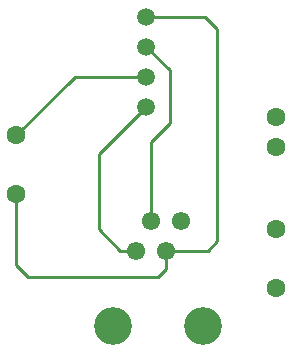
<source format=gbr>
%TF.GenerationSoftware,KiCad,Pcbnew,4.0.7-e2-6376~58~ubuntu16.04.1*%
%TF.CreationDate,2017-12-30T21:22:03+10:00*%
%TF.ProjectId,CurrentSensor,43757272656E7453656E736F722E6B69,rev?*%
%TF.FileFunction,Copper,L1,Top,Signal*%
%FSLAX46Y46*%
G04 Gerber Fmt 4.6, Leading zero omitted, Abs format (unit mm)*
G04 Created by KiCad (PCBNEW 4.0.7-e2-6376~58~ubuntu16.04.1) date Sat Dec 30 21:22:03 2017*
%MOMM*%
%LPD*%
G01*
G04 APERTURE LIST*
%ADD10C,0.100000*%
%ADD11C,1.600000*%
%ADD12C,1.550000*%
%ADD13C,3.200000*%
%ADD14C,1.500000*%
%ADD15C,0.250000*%
G04 APERTURE END LIST*
D10*
D11*
X158000000Y-94000000D03*
X158000000Y-89000000D03*
X136000000Y-81000000D03*
X136000000Y-86000000D03*
X158000000Y-82000000D03*
X158000000Y-79500000D03*
D12*
X146095000Y-90800000D03*
X147365000Y-88260000D03*
X148635000Y-90800000D03*
X149905000Y-88260000D03*
D13*
X144190000Y-97150000D03*
X151810000Y-97150000D03*
D14*
X147000000Y-71000000D03*
X147000000Y-73540000D03*
X147000000Y-76080000D03*
X147000000Y-78620000D03*
D15*
X146095000Y-90800000D02*
X144800000Y-90800000D01*
X143000000Y-82620000D02*
X147000000Y-78620000D01*
X143000000Y-89000000D02*
X143000000Y-82620000D01*
X144800000Y-90800000D02*
X143000000Y-89000000D01*
X146095000Y-90800000D02*
X145800000Y-90800000D01*
X147000000Y-76080000D02*
X140920000Y-76080000D01*
X140920000Y-76080000D02*
X136000000Y-81000000D01*
X148635000Y-90800000D02*
X152200000Y-90800000D01*
X152000000Y-71000000D02*
X147000000Y-71000000D01*
X153000000Y-72000000D02*
X152000000Y-71000000D01*
X153000000Y-90000000D02*
X153000000Y-72000000D01*
X152200000Y-90800000D02*
X153000000Y-90000000D01*
X148635000Y-90800000D02*
X148635000Y-92365000D01*
X136000000Y-92000000D02*
X136000000Y-86000000D01*
X137000000Y-93000000D02*
X136000000Y-92000000D01*
X148000000Y-93000000D02*
X137000000Y-93000000D01*
X148635000Y-92365000D02*
X148000000Y-93000000D01*
X148635000Y-90800000D02*
X148635000Y-91365000D01*
X147365000Y-88260000D02*
X147365000Y-81635000D01*
X149000000Y-75540000D02*
X147000000Y-73540000D01*
X149000000Y-80000000D02*
X149000000Y-75540000D01*
X147365000Y-81635000D02*
X149000000Y-80000000D01*
M02*

</source>
